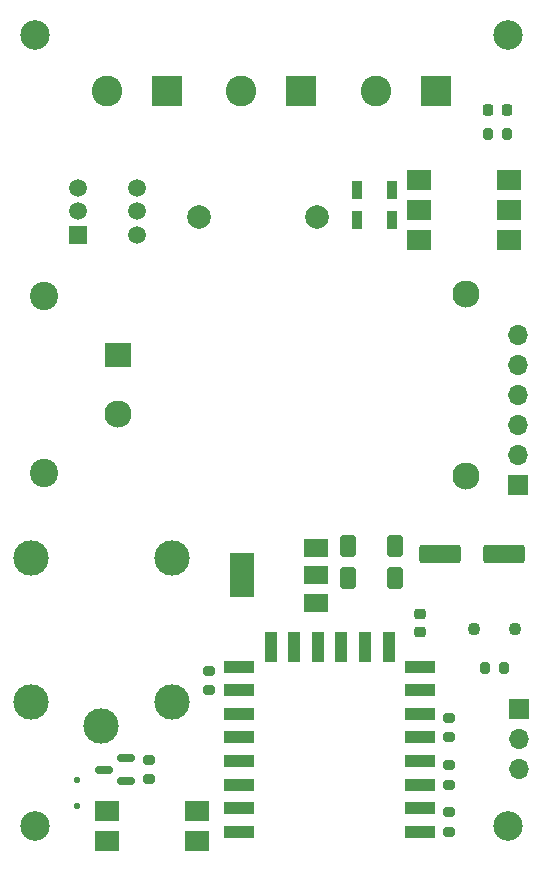
<source format=gts>
%TF.GenerationSoftware,KiCad,Pcbnew,7.0.8*%
%TF.CreationDate,2025-03-27T12:51:53-03:00*%
%TF.ProjectId,on_off_module_x1,6f6e5f6f-6666-45f6-9d6f-64756c655f78,2.0*%
%TF.SameCoordinates,Original*%
%TF.FileFunction,Soldermask,Top*%
%TF.FilePolarity,Negative*%
%FSLAX46Y46*%
G04 Gerber Fmt 4.6, Leading zero omitted, Abs format (unit mm)*
G04 Created by KiCad (PCBNEW 7.0.8) date 2025-03-27 12:51:53*
%MOMM*%
%LPD*%
G01*
G04 APERTURE LIST*
G04 Aperture macros list*
%AMRoundRect*
0 Rectangle with rounded corners*
0 $1 Rounding radius*
0 $2 $3 $4 $5 $6 $7 $8 $9 X,Y pos of 4 corners*
0 Add a 4 corners polygon primitive as box body*
4,1,4,$2,$3,$4,$5,$6,$7,$8,$9,$2,$3,0*
0 Add four circle primitives for the rounded corners*
1,1,$1+$1,$2,$3*
1,1,$1+$1,$4,$5*
1,1,$1+$1,$6,$7*
1,1,$1+$1,$8,$9*
0 Add four rect primitives between the rounded corners*
20,1,$1+$1,$2,$3,$4,$5,0*
20,1,$1+$1,$4,$5,$6,$7,0*
20,1,$1+$1,$6,$7,$8,$9,0*
20,1,$1+$1,$8,$9,$2,$3,0*%
G04 Aperture macros list end*
%ADD10RoundRect,0.225000X-0.250000X0.225000X-0.250000X-0.225000X0.250000X-0.225000X0.250000X0.225000X0*%
%ADD11C,1.100000*%
%ADD12RoundRect,0.150000X0.587500X0.150000X-0.587500X0.150000X-0.587500X-0.150000X0.587500X-0.150000X0*%
%ADD13C,2.500000*%
%ADD14RoundRect,0.125000X0.125000X-0.125000X0.125000X0.125000X-0.125000X0.125000X-0.125000X-0.125000X0*%
%ADD15R,2.600000X2.600000*%
%ADD16C,2.600000*%
%ADD17RoundRect,0.225000X-0.225000X-0.575000X0.225000X-0.575000X0.225000X0.575000X-0.225000X0.575000X0*%
%ADD18R,2.000000X1.780000*%
%ADD19C,2.000000*%
%ADD20RoundRect,0.218750X0.218750X0.256250X-0.218750X0.256250X-0.218750X-0.256250X0.218750X-0.256250X0*%
%ADD21C,3.000000*%
%ADD22R,1.700000X1.700000*%
%ADD23O,1.700000X1.700000*%
%ADD24RoundRect,0.200000X-0.275000X0.200000X-0.275000X-0.200000X0.275000X-0.200000X0.275000X0.200000X0*%
%ADD25R,2.000000X1.500000*%
%ADD26R,2.000000X3.800000*%
%ADD27RoundRect,0.200000X0.275000X-0.200000X0.275000X0.200000X-0.275000X0.200000X-0.275000X-0.200000X0*%
%ADD28RoundRect,0.259259X-0.440741X-0.640741X0.440741X-0.640741X0.440741X0.640741X-0.440741X0.640741X0*%
%ADD29R,2.500000X1.100000*%
%ADD30R,1.100000X2.500000*%
%ADD31C,2.400000*%
%ADD32R,2.300000X2.000000*%
%ADD33C,2.300000*%
%ADD34RoundRect,0.200000X-0.200000X-0.275000X0.200000X-0.275000X0.200000X0.275000X-0.200000X0.275000X0*%
%ADD35RoundRect,0.250000X-1.500000X-0.550000X1.500000X-0.550000X1.500000X0.550000X-1.500000X0.550000X0*%
%ADD36RoundRect,0.200000X0.200000X0.275000X-0.200000X0.275000X-0.200000X-0.275000X0.200000X-0.275000X0*%
%ADD37R,1.500000X1.500000*%
%ADD38C,1.500000*%
G04 APERTURE END LIST*
D10*
%TO.C,C5*%
X161151000Y-117067001D03*
X161151000Y-118617001D03*
%TD*%
D11*
%TO.C,R8*%
X165721000Y-118350001D03*
X169121000Y-118350001D03*
%TD*%
D12*
%TO.C,Q1*%
X136222500Y-131182001D03*
X136222500Y-129282001D03*
X134347500Y-130232001D03*
%TD*%
D13*
%TO.C,REF\u002A\u002A*%
X128533000Y-68035001D03*
%TD*%
D14*
%TO.C,D2*%
X132115000Y-133293001D03*
X132115000Y-131093001D03*
%TD*%
D15*
%TO.C,J3*%
X162495500Y-72757001D03*
D16*
X157415500Y-72757001D03*
%TD*%
D17*
%TO.C,R9*%
X155811000Y-83679001D03*
X158711000Y-83679001D03*
%TD*%
D18*
%TO.C,U4*%
X161071000Y-80337001D03*
X161071000Y-82877001D03*
X161071000Y-85417001D03*
X168691000Y-85417001D03*
X168691000Y-82877001D03*
X168691000Y-80337001D03*
%TD*%
D19*
%TO.C,C6*%
X152368000Y-83425001D03*
X142368000Y-83425001D03*
%TD*%
D13*
%TO.C,REF\u002A\u002A*%
X168533000Y-135035001D03*
%TD*%
D20*
%TO.C,D1*%
X168462500Y-74408001D03*
X166887500Y-74408001D03*
%TD*%
D21*
%TO.C,K1*%
X134147000Y-126527001D03*
X128147000Y-112327001D03*
X140147000Y-112327001D03*
X140147000Y-124527001D03*
X128147000Y-124527001D03*
%TD*%
D22*
%TO.C,J4*%
X169453000Y-106099001D03*
D23*
X169453000Y-103559001D03*
X169453000Y-101019001D03*
X169453000Y-98479001D03*
X169453000Y-95939001D03*
X169453000Y-93399001D03*
%TD*%
D24*
%TO.C,R5*%
X163611000Y-125868501D03*
X163611000Y-127518501D03*
%TD*%
D15*
%TO.C,J2*%
X151078000Y-72757001D03*
D16*
X145998000Y-72757001D03*
%TD*%
D15*
%TO.C,J1*%
X139660500Y-72757001D03*
D16*
X134580500Y-72757001D03*
%TD*%
D17*
%TO.C,R10*%
X155811000Y-81139001D03*
X158711000Y-81139001D03*
%TD*%
D25*
%TO.C,U1*%
X152308000Y-116092001D03*
X152308000Y-113792001D03*
D26*
X146008000Y-113792001D03*
D25*
X152308000Y-111492001D03*
%TD*%
D27*
%TO.C,R6*%
X138211000Y-131057001D03*
X138211000Y-129407001D03*
%TD*%
D28*
%TO.C,C4*%
X155031998Y-114045999D03*
X159031998Y-114045999D03*
%TD*%
D24*
%TO.C,R2*%
X163611000Y-133868501D03*
X163611000Y-135518501D03*
%TD*%
D29*
%TO.C,U2*%
X161151000Y-135518501D03*
X161151000Y-133518501D03*
X161151000Y-131518501D03*
X161151000Y-129518501D03*
X161151000Y-127518501D03*
X161151000Y-125518501D03*
X161151000Y-123518501D03*
X161151000Y-121518501D03*
X145751000Y-121518501D03*
X145751000Y-123518501D03*
X145751000Y-125518501D03*
X145751000Y-127518501D03*
X145751000Y-129518501D03*
X145751000Y-131518501D03*
X145751000Y-133518501D03*
X145751000Y-135518501D03*
D30*
X158461000Y-119818501D03*
X156461000Y-119818501D03*
X154461000Y-119818501D03*
X152461000Y-119818501D03*
X150461000Y-119818501D03*
X148461000Y-119818501D03*
%TD*%
D31*
%TO.C,C1*%
X129321000Y-90149001D03*
X129321000Y-105149001D03*
%TD*%
D18*
%TO.C,U3*%
X142275000Y-136257001D03*
X142275000Y-133717001D03*
X134655000Y-133717001D03*
X134655000Y-136257001D03*
%TD*%
D32*
%TO.C,PS1*%
X135586500Y-95149001D03*
D33*
X135586500Y-100149001D03*
X164986500Y-89949001D03*
X164986500Y-105349001D03*
%TD*%
D34*
%TO.C,R7*%
X166596000Y-121652001D03*
X168246000Y-121652001D03*
%TD*%
D28*
%TO.C,C3*%
X155031999Y-111292000D03*
X159031999Y-111292000D03*
%TD*%
D22*
%TO.C,J5*%
X169478000Y-125081001D03*
D23*
X169478000Y-127621001D03*
X169478000Y-130161001D03*
%TD*%
D13*
%TO.C,REF\u002A\u002A*%
X128533000Y-135035001D03*
%TD*%
%TO.C,REF\u002A\u002A*%
X168533000Y-68035001D03*
%TD*%
D35*
%TO.C,C2*%
X162833000Y-112000000D03*
X168233000Y-112000000D03*
%TD*%
D36*
%TO.C,R4*%
X168520000Y-76436503D03*
X166870000Y-76436503D03*
%TD*%
D27*
%TO.C,R3*%
X143291000Y-123518501D03*
X143291000Y-121868501D03*
%TD*%
D37*
%TO.C,SW1*%
X132155000Y-84975001D03*
D38*
X132155000Y-82975001D03*
X132155000Y-80975001D03*
X137155000Y-84975001D03*
X137155000Y-82975001D03*
X137155000Y-80975001D03*
%TD*%
D24*
%TO.C,R1*%
X163611000Y-129868501D03*
X163611000Y-131518501D03*
%TD*%
M02*

</source>
